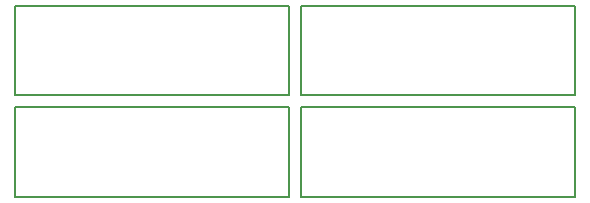
<source format=gto>
G04*
G04 #@! TF.GenerationSoftware,Altium Limited,Altium Designer,19.1.5 (86)*
G04*
G04 Layer_Color=65535*
%FSLAX25Y25*%
%MOIN*%
G70*
G01*
G75*
%ADD10C,0.00787*%
D10*
X4331Y5906D02*
Y35827D01*
Y5906D02*
X95669D01*
Y35827D01*
X4331D02*
X95669D01*
X190945Y5906D02*
Y35827D01*
X99606D02*
X190945D01*
X99606Y5906D02*
Y35827D01*
Y5906D02*
X190945D01*
X4331Y39764D02*
Y69685D01*
Y39764D02*
X95669D01*
Y69685D01*
X4331D02*
X95669D01*
X190945Y39764D02*
Y69685D01*
X99606D02*
X190945D01*
X99606Y39764D02*
Y69685D01*
Y39764D02*
X190945D01*
M02*

</source>
